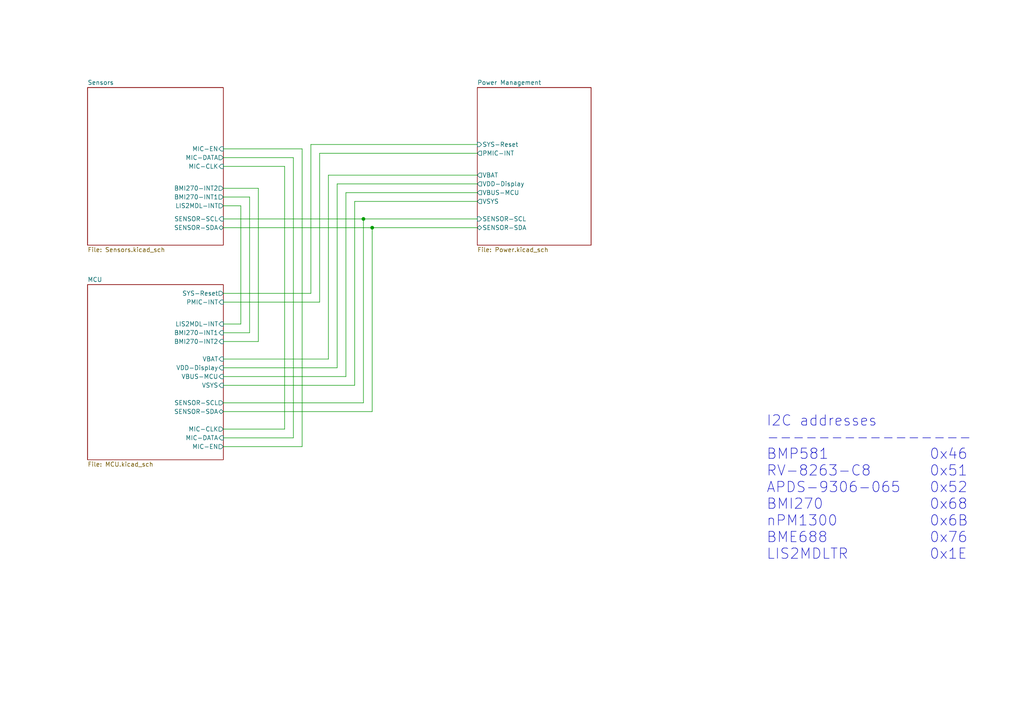
<source format=kicad_sch>
(kicad_sch
	(version 20250114)
	(generator "eeschema")
	(generator_version "9.0")
	(uuid "d5742f03-3b1a-42e5-a384-018bd4b919aa")
	(paper "A4")
	(title_block
		(title "ZSWatch v3")
		(date "2025-05-05")
		(rev "0")
		(company "github.com/jakkra/ZSWatch-HW")
	)
	(lib_symbols)
	(text "I2C addresses\n----------------\nBMP581			0x46\nRV-8263-C8		0x51\nAPDS-9306-065	0x52\nBMI270			0x68\nnPM1300			0x6B\nBME688			0x76\nLIS2MDLTR		0x1E"
		(exclude_from_sim no)
		(at 222.25 162.56 0)
		(effects
			(font
				(size 3 3)
			)
			(justify left bottom)
		)
		(uuid "74fd2099-5f0c-4c03-8109-4757e272b327")
	)
	(junction
		(at 107.95 66.04)
		(diameter 0)
		(color 0 0 0 0)
		(uuid "8281b1b0-29a9-40d6-8be1-c2348f10a527")
	)
	(junction
		(at 105.41 63.5)
		(diameter 0)
		(color 0 0 0 0)
		(uuid "f7875e6a-8005-461e-b66c-d604e3b146e6")
	)
	(wire
		(pts
			(xy 107.95 66.04) (xy 138.43 66.04)
		)
		(stroke
			(width 0)
			(type default)
		)
		(uuid "001e4019-83e1-4bfb-a67b-1dff9cbe8349")
	)
	(wire
		(pts
			(xy 82.55 48.26) (xy 64.77 48.26)
		)
		(stroke
			(width 0)
			(type default)
		)
		(uuid "09465722-f208-4478-ba29-c26bb32550b7")
	)
	(wire
		(pts
			(xy 64.77 116.84) (xy 105.41 116.84)
		)
		(stroke
			(width 0)
			(type default)
		)
		(uuid "0a56d7db-43ce-4647-8517-acd128e55201")
	)
	(wire
		(pts
			(xy 74.93 54.61) (xy 74.93 99.06)
		)
		(stroke
			(width 0)
			(type default)
		)
		(uuid "0cd88681-1f78-4d20-9526-eb9a85f81b8d")
	)
	(wire
		(pts
			(xy 92.71 87.63) (xy 64.77 87.63)
		)
		(stroke
			(width 0)
			(type default)
		)
		(uuid "0ded46eb-8c6d-4be8-a5ac-b776f2c0d903")
	)
	(wire
		(pts
			(xy 100.33 55.88) (xy 138.43 55.88)
		)
		(stroke
			(width 0)
			(type default)
		)
		(uuid "0efe1eb4-c536-40e1-a671-0bcb600be1a6")
	)
	(wire
		(pts
			(xy 64.77 109.22) (xy 100.33 109.22)
		)
		(stroke
			(width 0)
			(type default)
		)
		(uuid "1bf82c51-2672-4582-9474-3f18b2e6ee47")
	)
	(wire
		(pts
			(xy 95.25 50.8) (xy 95.25 104.14)
		)
		(stroke
			(width 0)
			(type default)
		)
		(uuid "26e15ddf-cc1b-4dd2-81eb-f21db909bf0e")
	)
	(wire
		(pts
			(xy 138.43 50.8) (xy 95.25 50.8)
		)
		(stroke
			(width 0)
			(type default)
		)
		(uuid "28e1fee8-4d85-427a-9852-fe4577653009")
	)
	(wire
		(pts
			(xy 64.77 119.38) (xy 107.95 119.38)
		)
		(stroke
			(width 0)
			(type default)
		)
		(uuid "2ac0f37d-d3e1-4b4b-8a10-cb690cc101e0")
	)
	(wire
		(pts
			(xy 138.43 44.45) (xy 92.71 44.45)
		)
		(stroke
			(width 0)
			(type default)
		)
		(uuid "48c77f4e-3bad-4ae9-b11e-e9468a55a3b4")
	)
	(wire
		(pts
			(xy 87.63 129.54) (xy 64.77 129.54)
		)
		(stroke
			(width 0)
			(type default)
		)
		(uuid "4dd8d7a7-9688-489b-922e-7b8cddbe1d78")
	)
	(wire
		(pts
			(xy 69.85 93.98) (xy 64.77 93.98)
		)
		(stroke
			(width 0)
			(type default)
		)
		(uuid "4fc76985-5953-43ea-87f7-625f6a04bd0d")
	)
	(wire
		(pts
			(xy 64.77 104.14) (xy 95.25 104.14)
		)
		(stroke
			(width 0)
			(type default)
		)
		(uuid "500f22a9-d655-4aee-96a6-de18a45fc52e")
	)
	(wire
		(pts
			(xy 64.77 59.69) (xy 69.85 59.69)
		)
		(stroke
			(width 0)
			(type default)
		)
		(uuid "5def06b0-3a91-47f5-94f1-0d993044a880")
	)
	(wire
		(pts
			(xy 138.43 41.91) (xy 90.17 41.91)
		)
		(stroke
			(width 0)
			(type default)
		)
		(uuid "61141eae-058c-4508-9e83-37643cdb5fe7")
	)
	(wire
		(pts
			(xy 74.93 99.06) (xy 64.77 99.06)
		)
		(stroke
			(width 0)
			(type default)
		)
		(uuid "72fc6aaa-18c6-4999-9784-91bbe4d63f7b")
	)
	(wire
		(pts
			(xy 85.09 127) (xy 64.77 127)
		)
		(stroke
			(width 0)
			(type default)
		)
		(uuid "7ba01e5b-5d6c-4631-b019-2350a4c1b07d")
	)
	(wire
		(pts
			(xy 64.77 63.5) (xy 105.41 63.5)
		)
		(stroke
			(width 0)
			(type default)
		)
		(uuid "7e11aac7-4615-4b47-a416-8c53507bd8bb")
	)
	(wire
		(pts
			(xy 72.39 96.52) (xy 72.39 57.15)
		)
		(stroke
			(width 0)
			(type default)
		)
		(uuid "85416567-504a-46b0-ab0a-ea21fe8d7826")
	)
	(wire
		(pts
			(xy 82.55 124.46) (xy 82.55 48.26)
		)
		(stroke
			(width 0)
			(type default)
		)
		(uuid "8623598b-8c0f-4793-bbe7-c75cd6a144b7")
	)
	(wire
		(pts
			(xy 64.77 54.61) (xy 74.93 54.61)
		)
		(stroke
			(width 0)
			(type default)
		)
		(uuid "8c8be6fa-b549-433e-a109-834fe903c4ac")
	)
	(wire
		(pts
			(xy 64.77 43.18) (xy 87.63 43.18)
		)
		(stroke
			(width 0)
			(type default)
		)
		(uuid "92c22c45-9df8-4031-a418-a0eafdb42d77")
	)
	(wire
		(pts
			(xy 87.63 43.18) (xy 87.63 129.54)
		)
		(stroke
			(width 0)
			(type default)
		)
		(uuid "938c85b4-7ef6-42bd-9493-7f0f5cc3d421")
	)
	(wire
		(pts
			(xy 105.41 116.84) (xy 105.41 63.5)
		)
		(stroke
			(width 0)
			(type default)
		)
		(uuid "98f22752-4b2a-49dd-b275-93d716fdd5fd")
	)
	(wire
		(pts
			(xy 69.85 59.69) (xy 69.85 93.98)
		)
		(stroke
			(width 0)
			(type default)
		)
		(uuid "9ad50b75-4a57-45b5-8a84-96909886e131")
	)
	(wire
		(pts
			(xy 64.77 111.76) (xy 102.87 111.76)
		)
		(stroke
			(width 0)
			(type default)
		)
		(uuid "9bfb36de-2885-4204-bca7-ac8fb5519691")
	)
	(wire
		(pts
			(xy 100.33 109.22) (xy 100.33 55.88)
		)
		(stroke
			(width 0)
			(type default)
		)
		(uuid "9d1897b3-9dd7-4b5d-bee3-d78a716ae8b7")
	)
	(wire
		(pts
			(xy 102.87 58.42) (xy 138.43 58.42)
		)
		(stroke
			(width 0)
			(type default)
		)
		(uuid "a558c1c2-0bec-4fde-8e09-291da3b38e42")
	)
	(wire
		(pts
			(xy 64.77 124.46) (xy 82.55 124.46)
		)
		(stroke
			(width 0)
			(type default)
		)
		(uuid "a735173a-5b59-4a35-add9-d2ec6baa4b86")
	)
	(wire
		(pts
			(xy 64.77 96.52) (xy 72.39 96.52)
		)
		(stroke
			(width 0)
			(type default)
		)
		(uuid "b4586c3a-7f03-42c1-9762-bca3d968e817")
	)
	(wire
		(pts
			(xy 102.87 111.76) (xy 102.87 58.42)
		)
		(stroke
			(width 0)
			(type default)
		)
		(uuid "c0484a20-bdce-4338-a9ab-a77fd6eec835")
	)
	(wire
		(pts
			(xy 97.79 106.68) (xy 97.79 53.34)
		)
		(stroke
			(width 0)
			(type default)
		)
		(uuid "c16fa8bc-08ad-4c9a-89a5-cfeed4db5fd4")
	)
	(wire
		(pts
			(xy 85.09 45.72) (xy 85.09 127)
		)
		(stroke
			(width 0)
			(type default)
		)
		(uuid "c449571d-a795-446a-af7c-258a07860599")
	)
	(wire
		(pts
			(xy 92.71 44.45) (xy 92.71 87.63)
		)
		(stroke
			(width 0)
			(type default)
		)
		(uuid "c4f15346-0447-447d-bd25-1f6eda9bbdec")
	)
	(wire
		(pts
			(xy 72.39 57.15) (xy 64.77 57.15)
		)
		(stroke
			(width 0)
			(type default)
		)
		(uuid "c622aa86-4729-4a88-a7b4-e3c4fb7a0395")
	)
	(wire
		(pts
			(xy 90.17 85.09) (xy 64.77 85.09)
		)
		(stroke
			(width 0)
			(type default)
		)
		(uuid "c77d0df4-66c7-40b0-b502-a4f128cc7ee0")
	)
	(wire
		(pts
			(xy 64.77 66.04) (xy 107.95 66.04)
		)
		(stroke
			(width 0)
			(type default)
		)
		(uuid "cea72b24-df67-4690-b6ab-d32da7594f34")
	)
	(wire
		(pts
			(xy 64.77 106.68) (xy 97.79 106.68)
		)
		(stroke
			(width 0)
			(type default)
		)
		(uuid "d1837cfc-ce0a-400c-923f-77620576d62b")
	)
	(wire
		(pts
			(xy 107.95 119.38) (xy 107.95 66.04)
		)
		(stroke
			(width 0)
			(type default)
		)
		(uuid "db798099-4e06-40b1-8e6b-931363d0af0a")
	)
	(wire
		(pts
			(xy 97.79 53.34) (xy 138.43 53.34)
		)
		(stroke
			(width 0)
			(type default)
		)
		(uuid "e33fcb3d-438f-4397-8b3f-3566018a4a89")
	)
	(wire
		(pts
			(xy 105.41 63.5) (xy 138.43 63.5)
		)
		(stroke
			(width 0)
			(type default)
		)
		(uuid "eee04cf2-5359-4855-9315-5dd0a845ec71")
	)
	(wire
		(pts
			(xy 90.17 41.91) (xy 90.17 85.09)
		)
		(stroke
			(width 0)
			(type default)
		)
		(uuid "f1a6047e-cde9-4950-bc2a-b3502f56628e")
	)
	(wire
		(pts
			(xy 64.77 45.72) (xy 85.09 45.72)
		)
		(stroke
			(width 0)
			(type default)
		)
		(uuid "f53c9ce5-5f62-4f5f-91bf-f54d9587167a")
	)
	(sheet
		(at 25.4 25.4)
		(size 39.37 45.72)
		(exclude_from_sim no)
		(in_bom yes)
		(on_board yes)
		(dnp no)
		(fields_autoplaced yes)
		(stroke
			(width 0.1524)
			(type solid)
		)
		(fill
			(color 0 0 0 0.0000)
		)
		(uuid "82af773f-8c39-43b9-baa2-3658da6c8bb2")
		(property "Sheetname" "Sensors"
			(at 25.4 24.6884 0)
			(effects
				(font
					(size 1.27 1.27)
				)
				(justify left bottom)
			)
		)
		(property "Sheetfile" "Sensors.kicad_sch"
			(at 25.4 71.7046 0)
			(effects
				(font
					(size 1.27 1.27)
				)
				(justify left top)
			)
		)
		(pin "SENSOR-SDA" bidirectional
			(at 64.77 66.04 0)
			(uuid "1eba675f-19b6-4eba-8fe6-90deccba51be")
			(effects
				(font
					(size 1.27 1.27)
				)
				(justify right)
			)
		)
		(pin "SENSOR-SCL" input
			(at 64.77 63.5 0)
			(uuid "bb337551-8166-4fd6-a499-6bab8619b51a")
			(effects
				(font
					(size 1.27 1.27)
				)
				(justify right)
			)
		)
		(pin "LIS2MDL-INT" output
			(at 64.77 59.69 0)
			(uuid "f9446bb0-ec0b-453a-b94f-c3fef08131bf")
			(effects
				(font
					(size 1.27 1.27)
				)
				(justify right)
			)
		)
		(pin "BMI270-INT1" output
			(at 64.77 57.15 0)
			(uuid "de9f7396-b2c2-41ba-b5b4-bf10ea78a8a7")
			(effects
				(font
					(size 1.27 1.27)
				)
				(justify right)
			)
		)
		(pin "BMI270-INT2" output
			(at 64.77 54.61 0)
			(uuid "3e55977b-ced8-4401-a0d9-a89e59741ac5")
			(effects
				(font
					(size 1.27 1.27)
				)
				(justify right)
			)
		)
		(pin "MIC-EN" input
			(at 64.77 43.18 0)
			(uuid "33014fe4-8fc2-4a90-8488-3a78a8f94939")
			(effects
				(font
					(size 1.27 1.27)
				)
				(justify right)
			)
		)
		(pin "MIC-CLK" input
			(at 64.77 48.26 0)
			(uuid "bd487bc6-b4ba-4b0a-a3b2-8e2efd663997")
			(effects
				(font
					(size 1.27 1.27)
				)
				(justify right)
			)
		)
		(pin "MIC-DATA" output
			(at 64.77 45.72 0)
			(uuid "da52275d-b12c-474d-9e34-8bab37713965")
			(effects
				(font
					(size 1.27 1.27)
				)
				(justify right)
			)
		)
		(instances
			(project "ZSWatch"
				(path "/d5742f03-3b1a-42e5-a384-018bd4b919aa"
					(page "3")
				)
			)
		)
	)
	(sheet
		(at 25.4 82.55)
		(size 39.37 50.8)
		(exclude_from_sim no)
		(in_bom yes)
		(on_board yes)
		(dnp no)
		(fields_autoplaced yes)
		(stroke
			(width 0.1524)
			(type solid)
		)
		(fill
			(color 0 0 0 0.0000)
		)
		(uuid "8c9f2ee7-84da-4a9a-b0dc-117e0b0a9ea7")
		(property "Sheetname" "MCU"
			(at 25.4 81.8384 0)
			(effects
				(font
					(size 1.27 1.27)
				)
				(justify left bottom)
			)
		)
		(property "Sheetfile" "MCU.kicad_sch"
			(at 25.4 133.9346 0)
			(effects
				(font
					(size 1.27 1.27)
				)
				(justify left top)
			)
		)
		(pin "VBUS-MCU" input
			(at 64.77 109.22 0)
			(uuid "ef3521ab-bd96-4b94-9a8f-d46de8dcd0e2")
			(effects
				(font
					(size 1.27 1.27)
				)
				(justify right)
			)
		)
		(pin "SENSOR-SCL" output
			(at 64.77 116.84 0)
			(uuid "797249bb-9869-421e-8e92-643b562e07c7")
			(effects
				(font
					(size 1.27 1.27)
				)
				(justify right)
			)
		)
		(pin "SENSOR-SDA" bidirectional
			(at 64.77 119.38 0)
			(uuid "dd8ef5e8-63ba-4fb4-bd0e-6f3a25da8155")
			(effects
				(font
					(size 1.27 1.27)
				)
				(justify right)
			)
		)
		(pin "BMI270-INT2" input
			(at 64.77 99.06 0)
			(uuid "b788b784-7b1b-46bd-a3d4-fdf38515cf84")
			(effects
				(font
					(size 1.27 1.27)
				)
				(justify right)
			)
		)
		(pin "LIS2MDL-INT" input
			(at 64.77 93.98 0)
			(uuid "07375f88-2e9c-4e51-b8c4-2084d7ed672d")
			(effects
				(font
					(size 1.27 1.27)
				)
				(justify right)
			)
		)
		(pin "BMI270-INT1" input
			(at 64.77 96.52 0)
			(uuid "3e12da2a-033c-40fc-aa6b-96d8bfbb4cf3")
			(effects
				(font
					(size 1.27 1.27)
				)
				(justify right)
			)
		)
		(pin "SYS-Reset" output
			(at 64.77 85.09 0)
			(uuid "354fc974-2449-4eb1-adfc-98c51b3a3a06")
			(effects
				(font
					(size 1.27 1.27)
				)
				(justify right)
			)
		)
		(pin "VDD-Display" input
			(at 64.77 106.68 0)
			(uuid "a4e3d4a5-4a6e-4b82-9d51-f1a83acc9e26")
			(effects
				(font
					(size 1.27 1.27)
				)
				(justify right)
			)
		)
		(pin "PMIC-INT" input
			(at 64.77 87.63 0)
			(uuid "ace71a04-b7ab-4a2f-9fb9-a6b38e5217c1")
			(effects
				(font
					(size 1.27 1.27)
				)
				(justify right)
			)
		)
		(pin "MIC-DATA" input
			(at 64.77 127 0)
			(uuid "8850166a-b658-4d29-a0a5-9e447cda1ad6")
			(effects
				(font
					(size 1.27 1.27)
				)
				(justify right)
			)
		)
		(pin "MIC-CLK" output
			(at 64.77 124.46 0)
			(uuid "b011bc5c-deda-4e2f-aa1e-0eaa632dcfe3")
			(effects
				(font
					(size 1.27 1.27)
				)
				(justify right)
			)
		)
		(pin "MIC-EN" output
			(at 64.77 129.54 0)
			(uuid "3ef54fdf-f668-429f-94bd-2fa670f6d799")
			(effects
				(font
					(size 1.27 1.27)
				)
				(justify right)
			)
		)
		(pin "VSYS" input
			(at 64.77 111.76 0)
			(uuid "994566da-5402-4323-8f9c-d9f1aa13c32e")
			(effects
				(font
					(size 1.27 1.27)
				)
				(justify right)
			)
		)
		(pin "VBAT" input
			(at 64.77 104.14 0)
			(uuid "1add8c76-9230-4e7e-915a-a571e5c70100")
			(effects
				(font
					(size 1.27 1.27)
				)
				(justify right)
			)
		)
		(instances
			(project "ZSWatch"
				(path "/d5742f03-3b1a-42e5-a384-018bd4b919aa"
					(page "4")
				)
			)
		)
	)
	(sheet
		(at 138.43 25.4)
		(size 33.02 45.72)
		(exclude_from_sim no)
		(in_bom yes)
		(on_board yes)
		(dnp no)
		(fields_autoplaced yes)
		(stroke
			(width 0.1524)
			(type solid)
		)
		(fill
			(color 0 0 0 0.0000)
		)
		(uuid "cee9a3a2-28cd-4e6c-b23d-337f115f39e8")
		(property "Sheetname" "Power Management"
			(at 138.43 24.6884 0)
			(effects
				(font
					(size 1.27 1.27)
				)
				(justify left bottom)
			)
		)
		(property "Sheetfile" "Power.kicad_sch"
			(at 138.43 71.7046 0)
			(effects
				(font
					(size 1.27 1.27)
				)
				(justify left top)
			)
		)
		(pin "VBUS-MCU" output
			(at 138.43 55.88 180)
			(uuid "68a3da9c-f518-443c-b3ee-9fbfe66da2a4")
			(effects
				(font
					(size 1.27 1.27)
				)
				(justify left)
			)
		)
		(pin "VDD-Display" output
			(at 138.43 53.34 180)
			(uuid "af5c8cc4-838b-4828-9530-183070b142d4")
			(effects
				(font
					(size 1.27 1.27)
				)
				(justify left)
			)
		)
		(pin "PMIC-INT" output
			(at 138.43 44.45 180)
			(uuid "52da53ce-c1e8-41b8-b9cf-0f4cb9dfd47c")
			(effects
				(font
					(size 1.27 1.27)
				)
				(justify left)
			)
		)
		(pin "SENSOR-SCL" input
			(at 138.43 63.5 180)
			(uuid "11eddba8-96df-4767-88fe-00b788be41ea")
			(effects
				(font
					(size 1.27 1.27)
				)
				(justify left)
			)
		)
		(pin "SENSOR-SDA" bidirectional
			(at 138.43 66.04 180)
			(uuid "edf7cf8e-768f-42be-ad90-6ba90c1f26db")
			(effects
				(font
					(size 1.27 1.27)
				)
				(justify left)
			)
		)
		(pin "SYS-Reset" input
			(at 138.43 41.91 180)
			(uuid "3302df2b-d5d1-427b-b41f-13579165105f")
			(effects
				(font
					(size 1.27 1.27)
				)
				(justify left)
			)
		)
		(pin "VSYS" output
			(at 138.43 58.42 180)
			(uuid "5e4558eb-ce2f-41b6-9832-9bbb640fd251")
			(effects
				(font
					(size 1.27 1.27)
				)
				(justify left)
			)
		)
		(pin "VBAT" output
			(at 138.43 50.8 180)
			(uuid "e9c720ee-7b58-408c-b334-d9d458d80a2c")
			(effects
				(font
					(size 1.27 1.27)
				)
				(justify left)
			)
		)
		(instances
			(project "ZSWatch"
				(path "/d5742f03-3b1a-42e5-a384-018bd4b919aa"
					(page "2")
				)
			)
		)
	)
	(sheet_instances
		(path "/"
			(page "#")
		)
	)
	(embedded_fonts no)
)

</source>
